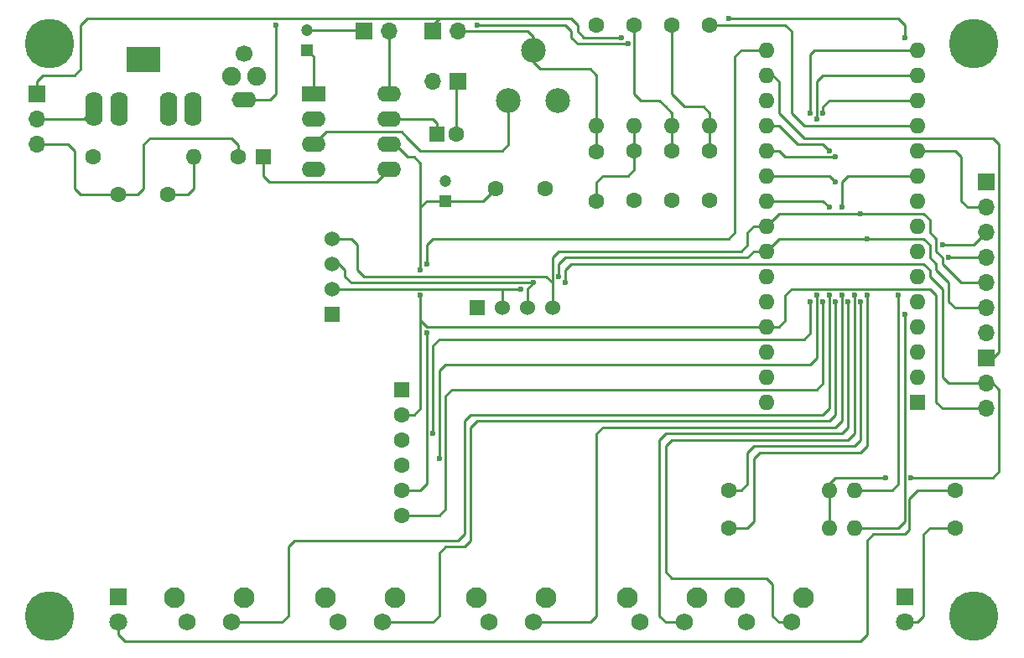
<source format=gtl>
G04 #@! TF.FileFunction,Copper,L1,Top,Signal*
%FSLAX46Y46*%
G04 Gerber Fmt 4.6, Leading zero omitted, Abs format (unit mm)*
G04 Created by KiCad (PCBNEW 4.0.7) date 02/08/20 23:52:05*
%MOMM*%
%LPD*%
G01*
G04 APERTURE LIST*
%ADD10C,0.100000*%
%ADD11R,1.700000X1.700000*%
%ADD12O,1.700000X1.700000*%
%ADD13R,1.600000X1.600000*%
%ADD14O,1.600000X1.600000*%
%ADD15C,2.100000*%
%ADD16C,1.750000*%
%ADD17C,5.000000*%
%ADD18C,1.600000*%
%ADD19C,2.500000*%
%ADD20R,2.400000X1.600000*%
%ADD21O,2.400000X1.600000*%
%ADD22R,1.524000X1.524000*%
%ADD23C,1.524000*%
%ADD24R,1.200000X1.200000*%
%ADD25C,1.200000*%
%ADD26C,1.900000*%
%ADD27O,2.500000X1.600000*%
%ADD28C,1.700000*%
%ADD29R,1.800000X1.800000*%
%ADD30C,1.800000*%
%ADD31R,3.500000X2.500000*%
%ADD32O,1.750000X3.500000*%
%ADD33C,0.600000*%
%ADD34C,0.250000*%
G04 APERTURE END LIST*
D10*
D11*
X168275000Y-95250000D03*
D12*
X168275000Y-97790000D03*
X168275000Y-100330000D03*
X168275000Y-102870000D03*
X168275000Y-105410000D03*
X168275000Y-107950000D03*
X168275000Y-110490000D03*
D13*
X161290000Y-117475000D03*
D14*
X146050000Y-84455000D03*
X161290000Y-114935000D03*
X146050000Y-86995000D03*
X161290000Y-112395000D03*
X146050000Y-89535000D03*
X161290000Y-109855000D03*
X146050000Y-92075000D03*
X161290000Y-107315000D03*
X146050000Y-94615000D03*
X161290000Y-104775000D03*
X146050000Y-97155000D03*
X161290000Y-102235000D03*
X146050000Y-99695000D03*
X161290000Y-99695000D03*
X146050000Y-102235000D03*
X161290000Y-97155000D03*
X146050000Y-104775000D03*
X161290000Y-94615000D03*
X146050000Y-107315000D03*
X161290000Y-92075000D03*
X146050000Y-109855000D03*
X161290000Y-89535000D03*
X146050000Y-112395000D03*
X161290000Y-86995000D03*
X146050000Y-114935000D03*
X161290000Y-84455000D03*
X146050000Y-117475000D03*
X161290000Y-81915000D03*
X146050000Y-81915000D03*
D15*
X132035000Y-137210000D03*
D16*
X133295000Y-139700000D03*
X137795000Y-139700000D03*
D15*
X139045000Y-137210000D03*
X142830000Y-137210000D03*
D16*
X144090000Y-139700000D03*
X148590000Y-139700000D03*
D15*
X149840000Y-137210000D03*
X101555000Y-137210000D03*
D16*
X102815000Y-139700000D03*
X107315000Y-139700000D03*
D15*
X108565000Y-137210000D03*
X86315000Y-137210000D03*
D16*
X87575000Y-139700000D03*
X92075000Y-139700000D03*
D15*
X93325000Y-137210000D03*
X116795000Y-137210000D03*
D16*
X118055000Y-139700000D03*
X122555000Y-139700000D03*
D15*
X123805000Y-137210000D03*
D17*
X73660000Y-139065000D03*
X167005000Y-139065000D03*
X167005000Y-81280000D03*
X73660000Y-81280000D03*
D11*
X105410000Y-80010000D03*
D12*
X107950000Y-80010000D03*
D11*
X112395000Y-80010000D03*
D12*
X114935000Y-80010000D03*
D11*
X72390000Y-86360000D03*
D12*
X72390000Y-88900000D03*
X72390000Y-91440000D03*
D18*
X132715000Y-79375000D03*
D14*
X132715000Y-89535000D03*
D18*
X136525000Y-79375000D03*
D14*
X136525000Y-89535000D03*
D18*
X140335000Y-79375000D03*
D14*
X140335000Y-89535000D03*
D18*
X128905000Y-79375000D03*
D14*
X128905000Y-89535000D03*
D18*
X78105000Y-92710000D03*
D14*
X88265000Y-92710000D03*
D19*
X122515000Y-81955000D03*
X125015000Y-86995000D03*
X120015000Y-86995000D03*
D20*
X100330000Y-86360000D03*
D21*
X107950000Y-93980000D03*
X100330000Y-88900000D03*
X107950000Y-91440000D03*
X100330000Y-91440000D03*
X107950000Y-88900000D03*
X100330000Y-93980000D03*
X107950000Y-86360000D03*
D22*
X102235000Y-108585000D03*
D23*
X102235000Y-106045000D03*
X102235000Y-103505000D03*
X102235000Y-100965000D03*
D18*
X128905000Y-97155000D03*
X128905000Y-92155000D03*
X132715000Y-92075000D03*
X132715000Y-97075000D03*
X136525000Y-92075000D03*
X136525000Y-97075000D03*
X140335000Y-92075000D03*
X140335000Y-97075000D03*
X118745000Y-95885000D03*
X123745000Y-95885000D03*
D24*
X113665000Y-97155000D03*
D25*
X113665000Y-95155000D03*
D13*
X112776000Y-90424000D03*
D18*
X114776000Y-90424000D03*
D24*
X99695000Y-81915000D03*
D25*
X99695000Y-79915000D03*
D18*
X80645000Y-96520000D03*
X85645000Y-96520000D03*
D13*
X95250000Y-92710000D03*
D18*
X92750000Y-92710000D03*
D26*
X94595000Y-84540000D03*
D27*
X93345000Y-86940000D03*
D26*
X92095000Y-84540000D03*
D28*
X93345000Y-82240000D03*
D29*
X80645000Y-137160000D03*
D30*
X80645000Y-139700000D03*
D18*
X165100000Y-126365000D03*
D14*
X154940000Y-126365000D03*
D31*
X83185000Y-82859000D03*
D32*
X88185000Y-87865000D03*
X78185000Y-87865000D03*
X85685000Y-87865000D03*
X80685000Y-87865000D03*
D29*
X160020000Y-137160000D03*
D30*
X160020000Y-139700000D03*
D18*
X165100000Y-130175000D03*
D14*
X154940000Y-130175000D03*
D18*
X109220000Y-128905000D03*
X109220000Y-126365000D03*
X109220000Y-123825000D03*
X109220000Y-121285000D03*
X109220000Y-118745000D03*
D13*
X109220000Y-116205000D03*
D22*
X116840000Y-107950000D03*
D23*
X119380000Y-107950000D03*
X121920000Y-107950000D03*
X124460000Y-107950000D03*
D11*
X114935000Y-85090000D03*
D12*
X112395000Y-85090000D03*
D11*
X168275000Y-113030000D03*
D12*
X168275000Y-115570000D03*
X168275000Y-118110000D03*
D18*
X142240000Y-130175000D03*
D14*
X152400000Y-130175000D03*
D18*
X142240000Y-126365000D03*
D14*
X152400000Y-126365000D03*
D33*
X154305000Y-107315000D03*
X152400000Y-92075000D03*
X153035000Y-92710000D03*
X154940000Y-106680000D03*
X153035000Y-95250000D03*
X153035000Y-107315000D03*
X152400000Y-106680000D03*
X152400000Y-97790000D03*
X153670000Y-106680000D03*
X153670000Y-97790000D03*
X155575000Y-107315000D03*
X155575000Y-98425000D03*
X156210000Y-106680000D03*
X156210000Y-100965000D03*
X122555000Y-105410000D03*
X125095000Y-104775000D03*
X111125000Y-106680000D03*
X111125000Y-104140000D03*
X131445000Y-80645000D03*
X160020000Y-80645000D03*
X142240000Y-78740000D03*
X132080000Y-81280000D03*
X116840000Y-79375000D03*
X96520000Y-79375000D03*
X151765000Y-107315000D03*
X151765000Y-88265000D03*
X113030000Y-123190000D03*
X151130000Y-106680000D03*
X151130000Y-88900000D03*
X112395000Y-120650000D03*
X150495000Y-107315000D03*
X150495000Y-88265000D03*
X111760000Y-103505000D03*
X111760000Y-110490000D03*
X164465000Y-102870000D03*
X163830000Y-101600000D03*
X159385000Y-106680000D03*
X160020000Y-108585000D03*
X125730000Y-105410000D03*
X121285000Y-106045000D03*
X158115000Y-125095000D03*
X160655000Y-125095000D03*
D34*
X151765000Y-91440000D02*
X152400000Y-92075000D01*
X154305000Y-120015000D02*
X153670000Y-120650000D01*
X154305000Y-107315000D02*
X154305000Y-120015000D01*
X144145000Y-120650000D02*
X135890000Y-120650000D01*
X144145000Y-120650000D02*
X153670000Y-120650000D01*
X135890000Y-120650000D02*
X135255000Y-121285000D01*
X135255000Y-121285000D02*
X135255000Y-139065000D01*
X135255000Y-139065000D02*
X135890000Y-139700000D01*
X135890000Y-139700000D02*
X137795000Y-139700000D01*
X146050000Y-89535000D02*
X147320000Y-89535000D01*
X147320000Y-89535000D02*
X149225000Y-91440000D01*
X146050000Y-89535000D02*
X146685000Y-89535000D01*
X149225000Y-91440000D02*
X151765000Y-91440000D01*
X148590000Y-139700000D02*
X147320000Y-139700000D01*
X146685000Y-135890000D02*
X146050000Y-135255000D01*
X146685000Y-139065000D02*
X146685000Y-135890000D01*
X147320000Y-139700000D02*
X146685000Y-139065000D01*
X154305000Y-121285000D02*
X154940000Y-120650000D01*
X154940000Y-106680000D02*
X154940000Y-120650000D01*
X136525000Y-135255000D02*
X146050000Y-135255000D01*
X135890000Y-134620000D02*
X136525000Y-135255000D01*
X135890000Y-121920000D02*
X135890000Y-134620000D01*
X136525000Y-121285000D02*
X135890000Y-121920000D01*
X154305000Y-121285000D02*
X136525000Y-121285000D01*
X147320000Y-92075000D02*
X147955000Y-92710000D01*
X146050000Y-92075000D02*
X147320000Y-92075000D01*
X147955000Y-92710000D02*
X153035000Y-92710000D01*
X152400000Y-119380000D02*
X153035000Y-118745000D01*
X153035000Y-95250000D02*
X152400000Y-94615000D01*
X153035000Y-118745000D02*
X153035000Y-107315000D01*
X116205000Y-121285000D02*
X116205000Y-120015000D01*
X112395000Y-139700000D02*
X113030000Y-139065000D01*
X113030000Y-139065000D02*
X113030000Y-132715000D01*
X113030000Y-132715000D02*
X113665000Y-132080000D01*
X113665000Y-132080000D02*
X115570000Y-132080000D01*
X115570000Y-132080000D02*
X116205000Y-131445000D01*
X116205000Y-131445000D02*
X116205000Y-121285000D01*
X107315000Y-139700000D02*
X112395000Y-139700000D01*
X152400000Y-94615000D02*
X146050000Y-94615000D01*
X116840000Y-119380000D02*
X152400000Y-119380000D01*
X116205000Y-120015000D02*
X116840000Y-119380000D01*
X151765000Y-97155000D02*
X152400000Y-97790000D01*
X152400000Y-118110000D02*
X151765000Y-118745000D01*
X152400000Y-106680000D02*
X152400000Y-118110000D01*
X115570000Y-120650000D02*
X115570000Y-119380000D01*
X116205000Y-118745000D02*
X117475000Y-118745000D01*
X115570000Y-119380000D02*
X116205000Y-118745000D01*
X98425000Y-131445000D02*
X114935000Y-131445000D01*
X97155000Y-139700000D02*
X97790000Y-139065000D01*
X97790000Y-139065000D02*
X97790000Y-132080000D01*
X97790000Y-132080000D02*
X98425000Y-131445000D01*
X92075000Y-139700000D02*
X97155000Y-139700000D01*
X117475000Y-118745000D02*
X151765000Y-118745000D01*
X115570000Y-130810000D02*
X115570000Y-120650000D01*
X114935000Y-131445000D02*
X115570000Y-130810000D01*
X151765000Y-97155000D02*
X146050000Y-97155000D01*
X154940000Y-94615000D02*
X154305000Y-94615000D01*
X153670000Y-119380000D02*
X153035000Y-120015000D01*
X153670000Y-106680000D02*
X153670000Y-119380000D01*
X153670000Y-95250000D02*
X153670000Y-97790000D01*
X154305000Y-94615000D02*
X153670000Y-95250000D01*
X128905000Y-138430000D02*
X128905000Y-139065000D01*
X122555000Y-139700000D02*
X127635000Y-139700000D01*
X128905000Y-120650000D02*
X129540000Y-120015000D01*
X128905000Y-138430000D02*
X128905000Y-120650000D01*
X129540000Y-120015000D02*
X153035000Y-120015000D01*
X128905000Y-139065000D02*
X128270000Y-139700000D01*
X128270000Y-139700000D02*
X127635000Y-139700000D01*
X154940000Y-94615000D02*
X161290000Y-94615000D01*
X168275000Y-113030000D02*
X168910000Y-113030000D01*
X168910000Y-113030000D02*
X169545000Y-112395000D01*
X169545000Y-112395000D02*
X169545000Y-106680000D01*
X147320000Y-85725000D02*
X147320000Y-85090000D01*
X147320000Y-85090000D02*
X146685000Y-84455000D01*
X146685000Y-84455000D02*
X146050000Y-84455000D01*
X150495000Y-90805000D02*
X149860000Y-90805000D01*
X147320000Y-88265000D02*
X147320000Y-85725000D01*
X149860000Y-90805000D02*
X147320000Y-88265000D01*
X169545000Y-91440000D02*
X169545000Y-106680000D01*
X168910000Y-90805000D02*
X169545000Y-91440000D01*
X150495000Y-90805000D02*
X168910000Y-90805000D01*
X165100000Y-104775000D02*
X163830000Y-103505000D01*
X162560000Y-99060000D02*
X161925000Y-98425000D01*
X162560000Y-100330000D02*
X162560000Y-99060000D01*
X163195000Y-100965000D02*
X162560000Y-100330000D01*
X163195000Y-102235000D02*
X163195000Y-100965000D01*
X163830000Y-102870000D02*
X163195000Y-102235000D01*
X163830000Y-103505000D02*
X163830000Y-102870000D01*
X168275000Y-105410000D02*
X165735000Y-105410000D01*
X160020000Y-98425000D02*
X155575000Y-98425000D01*
X161925000Y-98425000D02*
X160020000Y-98425000D01*
X165735000Y-105410000D02*
X165100000Y-104775000D01*
X155575000Y-107315000D02*
X155575000Y-121285000D01*
X143510000Y-126365000D02*
X142240000Y-126365000D01*
X144145000Y-125730000D02*
X143510000Y-126365000D01*
X144145000Y-122555000D02*
X144145000Y-125730000D01*
X144780000Y-121920000D02*
X144145000Y-122555000D01*
X154940000Y-121920000D02*
X144780000Y-121920000D01*
X155575000Y-121285000D02*
X154940000Y-121920000D01*
X146050000Y-99695000D02*
X147320000Y-98425000D01*
X155575000Y-98425000D02*
X147320000Y-98425000D01*
X146050000Y-99695000D02*
X144780000Y-99695000D01*
X124460000Y-102870000D02*
X124460000Y-105410000D01*
X125095000Y-102235000D02*
X124460000Y-102870000D01*
X143510000Y-102235000D02*
X125095000Y-102235000D01*
X144145000Y-101600000D02*
X143510000Y-102235000D01*
X144145000Y-100330000D02*
X144145000Y-101600000D01*
X144780000Y-99695000D02*
X144145000Y-100330000D01*
X124460000Y-105410000D02*
X123825000Y-104775000D01*
X102235000Y-100965000D02*
X104140000Y-100965000D01*
X123825000Y-104775000D02*
X105410000Y-104775000D01*
X105410000Y-104775000D02*
X104775000Y-104140000D01*
X104775000Y-104140000D02*
X104775000Y-101600000D01*
X104775000Y-101600000D02*
X104140000Y-100965000D01*
X124460000Y-105410000D02*
X124460000Y-107950000D01*
X164465000Y-105410000D02*
X163195000Y-104140000D01*
X162560000Y-101600000D02*
X161925000Y-100965000D01*
X162560000Y-102870000D02*
X162560000Y-101600000D01*
X163195000Y-103505000D02*
X162560000Y-102870000D01*
X163195000Y-104140000D02*
X163195000Y-103505000D01*
X168275000Y-107950000D02*
X165100000Y-107950000D01*
X160020000Y-100965000D02*
X156210000Y-100965000D01*
X160020000Y-100965000D02*
X161925000Y-100965000D01*
X164465000Y-107315000D02*
X164465000Y-105410000D01*
X165100000Y-107950000D02*
X164465000Y-107315000D01*
X142240000Y-130175000D02*
X144145000Y-130175000D01*
X156210000Y-121920000D02*
X156210000Y-106680000D01*
X155575000Y-122555000D02*
X156210000Y-121920000D01*
X145415000Y-122555000D02*
X155575000Y-122555000D01*
X144780000Y-123190000D02*
X145415000Y-122555000D01*
X144780000Y-129540000D02*
X144780000Y-123190000D01*
X144145000Y-130175000D02*
X144780000Y-129540000D01*
X146050000Y-102235000D02*
X147320000Y-100965000D01*
X156210000Y-100965000D02*
X147320000Y-100965000D01*
X122555000Y-105410000D02*
X121285000Y-105410000D01*
X146050000Y-102235000D02*
X144780000Y-102235000D01*
X122555000Y-105410000D02*
X121920000Y-106045000D01*
X125095000Y-103505000D02*
X125095000Y-104775000D01*
X125730000Y-102870000D02*
X125095000Y-103505000D01*
X144145000Y-102870000D02*
X125730000Y-102870000D01*
X144780000Y-102235000D02*
X144145000Y-102870000D01*
X104775000Y-105410000D02*
X104140000Y-105410000D01*
X104775000Y-105410000D02*
X121285000Y-105410000D01*
X103505000Y-104140000D02*
X102870000Y-103505000D01*
X103505000Y-104775000D02*
X103505000Y-104140000D01*
X104140000Y-105410000D02*
X103505000Y-104775000D01*
X121920000Y-107950000D02*
X121920000Y-106045000D01*
X102870000Y-103505000D02*
X102235000Y-103505000D01*
X163195000Y-111760000D02*
X163195000Y-117475000D01*
X146050000Y-109855000D02*
X147320000Y-109855000D01*
X148590000Y-106045000D02*
X147955000Y-106680000D01*
X147955000Y-106680000D02*
X147955000Y-109220000D01*
X147955000Y-109220000D02*
X147320000Y-109855000D01*
X162560000Y-106045000D02*
X158750000Y-106045000D01*
X163195000Y-106680000D02*
X162560000Y-106045000D01*
X163195000Y-111760000D02*
X163195000Y-106680000D01*
X158750000Y-106045000D02*
X148590000Y-106045000D01*
X163830000Y-118110000D02*
X168275000Y-118110000D01*
X163195000Y-117475000D02*
X163830000Y-118110000D01*
X109220000Y-118745000D02*
X110490000Y-118745000D01*
X110490000Y-118745000D02*
X111125000Y-118110000D01*
X107950000Y-91440000D02*
X108585000Y-91440000D01*
X108585000Y-91440000D02*
X109855000Y-92710000D01*
X109855000Y-92710000D02*
X110490000Y-92710000D01*
X111125000Y-93345000D02*
X111125000Y-93980000D01*
X110490000Y-92710000D02*
X111125000Y-93345000D01*
X113665000Y-97155000D02*
X117475000Y-97155000D01*
X117475000Y-97155000D02*
X118745000Y-95885000D01*
X113665000Y-97155000D02*
X111760000Y-97155000D01*
X111760000Y-97155000D02*
X111125000Y-97790000D01*
X111125000Y-93980000D02*
X111125000Y-94615000D01*
X111125000Y-95250000D02*
X111125000Y-97790000D01*
X111125000Y-94615000D02*
X111125000Y-95250000D01*
X111125000Y-109220000D02*
X111125000Y-106680000D01*
X111125000Y-97790000D02*
X111125000Y-104140000D01*
X146050000Y-109855000D02*
X111760000Y-109855000D01*
X111760000Y-109855000D02*
X111125000Y-109220000D01*
X111125000Y-109220000D02*
X111125000Y-118110000D01*
X150495000Y-89535000D02*
X149860000Y-89535000D01*
X148590000Y-80010000D02*
X147955000Y-79375000D01*
X148590000Y-88265000D02*
X148590000Y-80010000D01*
X149860000Y-89535000D02*
X148590000Y-88265000D01*
X72390000Y-86360000D02*
X72390000Y-85090000D01*
X72390000Y-85090000D02*
X73025000Y-84455000D01*
X113030000Y-78740000D02*
X77470000Y-78740000D01*
X76200000Y-84455000D02*
X73025000Y-84455000D01*
X76835000Y-83820000D02*
X76200000Y-84455000D01*
X76835000Y-79375000D02*
X76835000Y-83820000D01*
X77470000Y-78740000D02*
X76835000Y-79375000D01*
X140335000Y-79375000D02*
X147955000Y-79375000D01*
X161290000Y-89535000D02*
X150495000Y-89535000D01*
X112395000Y-80010000D02*
X112395000Y-79375000D01*
X112395000Y-79375000D02*
X113030000Y-78740000D01*
X113030000Y-78740000D02*
X126365000Y-78740000D01*
X126365000Y-78740000D02*
X127000000Y-79375000D01*
X127000000Y-79375000D02*
X127000000Y-80010000D01*
X127000000Y-80010000D02*
X127635000Y-80645000D01*
X127635000Y-80645000D02*
X131445000Y-80645000D01*
X107950000Y-80010000D02*
X107950000Y-86360000D01*
X122515000Y-81955000D02*
X122515000Y-83145000D01*
X122515000Y-83145000D02*
X123190000Y-83820000D01*
X128905000Y-84455000D02*
X128905000Y-89535000D01*
X128270000Y-83820000D02*
X128905000Y-84455000D01*
X123190000Y-83820000D02*
X128270000Y-83820000D01*
X114935000Y-80010000D02*
X121920000Y-80010000D01*
X122515000Y-80605000D02*
X122515000Y-81955000D01*
X121920000Y-80010000D02*
X122515000Y-80605000D01*
X128905000Y-89535000D02*
X128905000Y-92155000D01*
X135890000Y-87630000D02*
X135255000Y-86995000D01*
X133350000Y-86995000D02*
X132715000Y-86360000D01*
X135255000Y-86995000D02*
X133350000Y-86995000D01*
X132715000Y-79375000D02*
X132715000Y-86360000D01*
X136525000Y-88265000D02*
X136525000Y-89535000D01*
X135890000Y-87630000D02*
X136525000Y-88265000D01*
X136525000Y-89535000D02*
X136525000Y-92075000D01*
X137795000Y-87630000D02*
X136525000Y-86360000D01*
X136525000Y-79375000D02*
X136525000Y-86360000D01*
X140335000Y-88265000D02*
X140335000Y-89535000D01*
X139700000Y-87630000D02*
X140335000Y-88265000D01*
X137795000Y-87630000D02*
X139700000Y-87630000D01*
X140335000Y-89535000D02*
X140335000Y-92075000D01*
X109855000Y-90805000D02*
X111125000Y-92075000D01*
X109855000Y-90805000D02*
X109220000Y-90170000D01*
X111760000Y-92075000D02*
X111125000Y-92075000D01*
X120015000Y-91440000D02*
X120015000Y-86995000D01*
X119380000Y-92075000D02*
X120015000Y-91440000D01*
X111760000Y-92075000D02*
X119380000Y-92075000D01*
X100330000Y-91440000D02*
X101600000Y-90170000D01*
X101600000Y-90170000D02*
X109220000Y-90170000D01*
X160020000Y-80645000D02*
X160020000Y-79375000D01*
X160020000Y-79375000D02*
X159385000Y-78740000D01*
X159385000Y-78740000D02*
X142240000Y-78740000D01*
X93345000Y-86940000D02*
X95940000Y-86940000D01*
X127000000Y-81280000D02*
X132080000Y-81280000D01*
X126365000Y-80645000D02*
X127000000Y-81280000D01*
X126365000Y-80010000D02*
X126365000Y-80645000D01*
X125730000Y-79375000D02*
X126365000Y-80010000D01*
X116840000Y-79375000D02*
X125730000Y-79375000D01*
X96520000Y-86360000D02*
X96520000Y-79375000D01*
X95940000Y-86940000D02*
X96520000Y-86360000D01*
X109220000Y-128905000D02*
X113030000Y-128905000D01*
X113030000Y-128905000D02*
X113665000Y-128270000D01*
X153035000Y-86995000D02*
X152400000Y-86995000D01*
X151765000Y-115570000D02*
X151130000Y-116205000D01*
X151765000Y-107315000D02*
X151765000Y-115570000D01*
X151765000Y-87630000D02*
X151765000Y-88265000D01*
X152400000Y-86995000D02*
X151765000Y-87630000D01*
X161290000Y-86995000D02*
X153035000Y-86995000D01*
X113665000Y-116840000D02*
X113665000Y-128270000D01*
X114300000Y-116205000D02*
X113665000Y-116840000D01*
X151130000Y-116205000D02*
X114300000Y-116205000D01*
X152400000Y-84455000D02*
X151765000Y-84455000D01*
X151130000Y-113030000D02*
X150495000Y-113665000D01*
X151130000Y-106680000D02*
X151130000Y-113030000D01*
X151130000Y-85090000D02*
X151130000Y-88900000D01*
X151765000Y-84455000D02*
X151130000Y-85090000D01*
X161290000Y-84455000D02*
X152400000Y-84455000D01*
X113030000Y-114300000D02*
X113030000Y-123190000D01*
X113665000Y-113665000D02*
X113030000Y-114300000D01*
X150495000Y-113665000D02*
X113665000Y-113665000D01*
X151765000Y-81915000D02*
X150945002Y-81915000D01*
X150495000Y-110490000D02*
X149860000Y-111125000D01*
X150495000Y-107315000D02*
X150495000Y-110490000D01*
X150495000Y-82365002D02*
X150495000Y-88265000D01*
X150945002Y-81915000D02*
X150495000Y-82365002D01*
X161290000Y-81915000D02*
X151765000Y-81915000D01*
X112395000Y-111760000D02*
X112395000Y-120650000D01*
X113030000Y-111125000D02*
X112395000Y-111760000D01*
X149860000Y-111125000D02*
X113030000Y-111125000D01*
X109220000Y-126365000D02*
X111125000Y-126365000D01*
X111125000Y-126365000D02*
X111760000Y-125730000D01*
X142875000Y-98425000D02*
X142875000Y-100330000D01*
X142240000Y-100965000D02*
X140335000Y-100965000D01*
X142875000Y-100330000D02*
X142240000Y-100965000D01*
X143510000Y-81915000D02*
X142875000Y-82550000D01*
X142875000Y-82550000D02*
X142875000Y-98425000D01*
X140335000Y-100965000D02*
X112395000Y-100965000D01*
X112395000Y-100965000D02*
X111760000Y-101600000D01*
X111760000Y-101600000D02*
X111760000Y-103505000D01*
X146050000Y-81915000D02*
X143510000Y-81915000D01*
X111760000Y-110490000D02*
X111760000Y-125730000D01*
X72390000Y-88900000D02*
X77150000Y-88900000D01*
X77150000Y-88900000D02*
X78185000Y-87865000D01*
X99695000Y-79915000D02*
X105315000Y-79915000D01*
X105315000Y-79915000D02*
X105410000Y-80010000D01*
X80645000Y-96520000D02*
X82550000Y-96520000D01*
X92750000Y-91480000D02*
X92750000Y-92710000D01*
X92075000Y-90805000D02*
X92750000Y-91480000D01*
X83820000Y-90805000D02*
X92075000Y-90805000D01*
X83185000Y-91440000D02*
X83820000Y-90805000D01*
X83185000Y-95885000D02*
X83185000Y-91440000D01*
X82550000Y-96520000D02*
X83185000Y-95885000D01*
X80645000Y-96520000D02*
X78105000Y-96520000D01*
X75565000Y-91440000D02*
X76200000Y-92075000D01*
X76200000Y-92075000D02*
X76200000Y-95885000D01*
X76200000Y-95885000D02*
X76835000Y-96520000D01*
X76835000Y-96520000D02*
X78105000Y-96520000D01*
X75565000Y-91440000D02*
X72390000Y-91440000D01*
X132715000Y-92075000D02*
X132715000Y-93980000D01*
X128905000Y-95250000D02*
X128905000Y-97155000D01*
X129540000Y-94615000D02*
X128905000Y-95250000D01*
X132080000Y-94615000D02*
X129540000Y-94615000D01*
X132715000Y-93980000D02*
X132080000Y-94615000D01*
X132715000Y-89535000D02*
X132715000Y-92075000D01*
X88265000Y-92710000D02*
X88265000Y-95885000D01*
X87630000Y-96520000D02*
X85645000Y-96520000D01*
X88265000Y-95885000D02*
X87630000Y-96520000D01*
X100330000Y-86360000D02*
X100330000Y-82550000D01*
X100330000Y-82550000D02*
X99695000Y-81915000D01*
X95250000Y-93980000D02*
X95250000Y-94615000D01*
X95885000Y-95250000D02*
X96520000Y-95250000D01*
X95250000Y-94615000D02*
X95885000Y-95250000D01*
X107950000Y-93980000D02*
X106680000Y-95250000D01*
X95250000Y-93980000D02*
X95250000Y-92710000D01*
X106680000Y-95250000D02*
X96520000Y-95250000D01*
X112776000Y-90424000D02*
X112776000Y-89281000D01*
X112395000Y-88900000D02*
X107950000Y-88900000D01*
X112776000Y-89281000D02*
X112395000Y-88900000D01*
X164465000Y-102870000D02*
X168275000Y-102870000D01*
X168275000Y-100330000D02*
X167005000Y-101600000D01*
X167005000Y-101600000D02*
X163830000Y-101600000D01*
X158115000Y-126365000D02*
X158750000Y-126365000D01*
X159385000Y-125730000D02*
X159385000Y-106680000D01*
X158750000Y-126365000D02*
X159385000Y-125730000D01*
X158115000Y-126365000D02*
X154940000Y-126365000D01*
X156210000Y-131445000D02*
X156210000Y-140970000D01*
X157480000Y-130810000D02*
X156845000Y-130810000D01*
X160470002Y-130175000D02*
X160470002Y-127184998D01*
X160470002Y-127184998D02*
X161290000Y-126365000D01*
X161290000Y-126365000D02*
X165100000Y-126365000D01*
X160470002Y-130359998D02*
X160020000Y-130810000D01*
X160020000Y-130810000D02*
X157480000Y-130810000D01*
X160470002Y-130175000D02*
X160470002Y-130359998D01*
X156845000Y-130810000D02*
X156210000Y-131445000D01*
X156210000Y-140970000D02*
X155575000Y-141605000D01*
X80645000Y-139700000D02*
X80645000Y-140970000D01*
X80645000Y-140970000D02*
X81280000Y-141605000D01*
X81280000Y-141605000D02*
X155575000Y-141605000D01*
X161290000Y-92075000D02*
X165100000Y-92075000D01*
X166370000Y-97790000D02*
X168275000Y-97790000D01*
X165735000Y-97155000D02*
X166370000Y-97790000D01*
X165735000Y-92710000D02*
X165735000Y-97155000D01*
X165100000Y-92075000D02*
X165735000Y-92710000D01*
X160020000Y-123825000D02*
X160020000Y-129540000D01*
X159385000Y-130175000D02*
X158750000Y-130175000D01*
X160020000Y-129540000D02*
X159385000Y-130175000D01*
X160020000Y-108585000D02*
X160020000Y-123825000D01*
X158750000Y-130175000D02*
X154940000Y-130175000D01*
X165100000Y-130175000D02*
X162560000Y-130175000D01*
X162560000Y-130175000D02*
X161925000Y-130810000D01*
X161925000Y-130810000D02*
X161925000Y-139065000D01*
X161925000Y-139065000D02*
X161290000Y-139700000D01*
X161290000Y-139700000D02*
X160020000Y-139700000D01*
X114776000Y-90424000D02*
X114776000Y-85249000D01*
X114776000Y-85249000D02*
X114935000Y-85090000D01*
X163830000Y-106045000D02*
X162560000Y-104775000D01*
X162560000Y-104140000D02*
X161925000Y-103505000D01*
X162560000Y-104775000D02*
X162560000Y-104140000D01*
X163830000Y-109220000D02*
X163830000Y-114935000D01*
X119380000Y-106045000D02*
X121285000Y-106045000D01*
X125730000Y-104140000D02*
X126365000Y-103505000D01*
X125730000Y-105410000D02*
X125730000Y-104140000D01*
X163830000Y-109220000D02*
X163830000Y-106045000D01*
X161925000Y-103505000D02*
X143510000Y-103505000D01*
X126365000Y-103505000D02*
X143510000Y-103505000D01*
X164465000Y-115570000D02*
X168275000Y-115570000D01*
X163830000Y-114935000D02*
X164465000Y-115570000D01*
X166370000Y-125095000D02*
X168910000Y-125095000D01*
X152400000Y-125730000D02*
X153035000Y-125095000D01*
X158115000Y-125095000D02*
X153035000Y-125095000D01*
X166370000Y-125095000D02*
X160655000Y-125095000D01*
X169545000Y-116205000D02*
X168910000Y-115570000D01*
X169545000Y-124460000D02*
X169545000Y-116205000D01*
X168910000Y-125095000D02*
X169545000Y-124460000D01*
X168910000Y-115570000D02*
X168275000Y-115570000D01*
X152400000Y-125730000D02*
X152400000Y-126365000D01*
X152400000Y-126365000D02*
X152400000Y-130175000D01*
X119380000Y-106045000D02*
X118745000Y-106045000D01*
X102235000Y-106045000D02*
X118745000Y-106045000D01*
X119380000Y-106045000D02*
X119380000Y-106680000D01*
X119380000Y-106680000D02*
X119380000Y-107950000D01*
M02*

</source>
